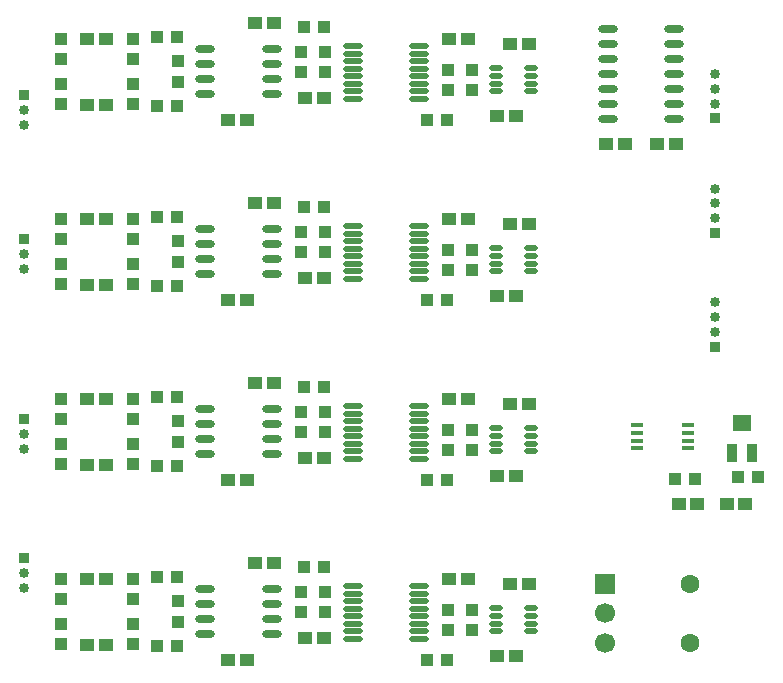
<source format=gbr>
%FSTAX23Y23*%
%MOIN*%
%SFA1B1*%

%IPPOS*%
%ADD10O,0.064960X0.025591*%
%ADD11R,0.051181X0.043307*%
%ADD12R,0.040945X0.014961*%
%ADD13O,0.045275X0.019685*%
%ADD14O,0.064960X0.019685*%
%ADD15R,0.039370X0.041339*%
%ADD16R,0.041339X0.039370*%
%ADD17R,0.038000X0.063000*%
%ADD18R,0.059000X0.058000*%
%ADD21R,0.033465X0.033465*%
%ADD22C,0.033465*%
%ADD23R,0.066929X0.066929*%
%ADD24C,0.066929*%
%ADD25C,0.062992*%
%LNacoustics_4_pads_top-1*%
%LPD*%
G54D10*
X01054Y00232D03*
Y00282D03*
Y00332D03*
Y00382D03*
X00831Y00232D03*
Y00282D03*
Y00332D03*
Y00382D03*
X02394Y0195D03*
Y02D03*
Y0205D03*
Y021D03*
Y0215D03*
Y022D03*
Y0225D03*
X02172Y0195D03*
Y02D03*
Y0205D03*
Y021D03*
Y0215D03*
Y022D03*
Y0225D03*
X01054Y01432D03*
Y01482D03*
Y01532D03*
Y01582D03*
X00831Y01432D03*
Y01482D03*
Y01532D03*
Y01582D03*
Y02182D03*
Y02132D03*
Y02082D03*
Y02032D03*
X01054Y02182D03*
Y02132D03*
Y02082D03*
Y02032D03*
Y00832D03*
Y00882D03*
Y00932D03*
Y00982D03*
X00831Y00832D03*
Y00882D03*
Y00932D03*
Y00982D03*
G54D11*
X02167Y01865D03*
X0223D03*
X024D03*
X02337D03*
X02631Y00665D03*
X02568D03*
X02408D03*
X02471D03*
X01642Y01615D03*
X01705D03*
X01225Y0142D03*
X01162D03*
X0191Y016D03*
X01847D03*
X01865Y0136D03*
X01802D03*
X0106Y0167D03*
X00997D03*
X0097Y01345D03*
X00907D03*
X00499Y01397D03*
X00436D03*
X00499Y01617D03*
X00436D03*
X01642Y00415D03*
X01705D03*
X01225Y0022D03*
X01162D03*
X0191Y004D03*
X01847D03*
X01865Y0016D03*
X01802D03*
X0106Y0047D03*
X00997D03*
X0097Y00145D03*
X00907D03*
X00499Y00197D03*
X00436D03*
X00499Y00417D03*
X00436D03*
X01642Y02215D03*
X01705D03*
X01225Y0202D03*
X01162D03*
X0191Y022D03*
X01847D03*
X01865Y0196D03*
X01802D03*
X0106Y0227D03*
X00997D03*
X0097Y01945D03*
X00907D03*
X00499Y01997D03*
X00436D03*
X00499Y02217D03*
X00436D03*
Y01017D03*
X00499D03*
X00436Y00797D03*
X00499D03*
X00907Y00745D03*
X0097D03*
X00997Y0107D03*
X0106D03*
X01802Y0076D03*
X01865D03*
X01847Y01D03*
X0191D03*
X01162Y0082D03*
X01225D03*
X01705Y01015D03*
X01642D03*
G54D12*
X02271Y00928D03*
Y00902D03*
Y00877D03*
Y00851D03*
X02438Y00928D03*
Y00902D03*
Y00877D03*
Y00851D03*
G54D13*
X018Y01518D03*
Y01492D03*
Y01467D03*
Y01441D03*
X01916Y01518D03*
Y01492D03*
Y01467D03*
Y01441D03*
X018Y00318D03*
Y00292D03*
Y00267D03*
Y00241D03*
X01916Y00318D03*
Y00292D03*
Y00267D03*
Y00241D03*
X018Y02118D03*
Y02092D03*
Y02067D03*
Y02041D03*
X01916Y02118D03*
Y02092D03*
Y02067D03*
Y02041D03*
Y00841D03*
Y00867D03*
Y00892D03*
Y00918D03*
X018Y00841D03*
Y00867D03*
Y00892D03*
Y00918D03*
G54D14*
X01322Y01592D03*
Y01567D03*
Y01542D03*
Y01517D03*
Y01492D03*
Y01467D03*
Y01442D03*
Y01417D03*
X01544Y01592D03*
Y01567D03*
Y01542D03*
Y01517D03*
Y01492D03*
Y01467D03*
Y01442D03*
Y01417D03*
X01322Y00392D03*
Y00367D03*
Y00342D03*
Y00317D03*
Y00292D03*
Y00267D03*
Y00242D03*
Y00217D03*
X01544Y00392D03*
Y00367D03*
Y00342D03*
Y00317D03*
Y00292D03*
Y00267D03*
Y00242D03*
Y00217D03*
X01322Y02192D03*
Y02167D03*
Y02142D03*
Y02117D03*
Y02092D03*
Y02067D03*
Y02042D03*
Y02017D03*
X01544Y02192D03*
Y02167D03*
Y02142D03*
Y02117D03*
Y02092D03*
Y02067D03*
Y02042D03*
Y02017D03*
Y00817D03*
Y00842D03*
Y00867D03*
Y00892D03*
Y00917D03*
Y00942D03*
Y00967D03*
Y00992D03*
X01322Y00817D03*
Y00842D03*
Y00867D03*
Y00892D03*
Y00917D03*
Y00942D03*
Y00967D03*
Y00992D03*
G54D15*
X01148Y01505D03*
Y01574D03*
X01638Y01514D03*
Y01445D03*
X01228Y01574D03*
Y01505D03*
X01718Y01514D03*
Y01445D03*
X00738Y01541D03*
Y01473D03*
X00588Y01466D03*
Y01398D03*
X00348Y01466D03*
Y01398D03*
X00588Y01548D03*
Y01616D03*
X00348Y01548D03*
Y01616D03*
X01148Y00305D03*
Y00374D03*
X01638Y00314D03*
Y00245D03*
X01228Y00374D03*
Y00305D03*
X01718Y00314D03*
Y00245D03*
X00738Y00341D03*
Y00273D03*
X00588Y00266D03*
Y00198D03*
X00348Y00266D03*
Y00198D03*
X00588Y00348D03*
Y00416D03*
X00348Y00348D03*
Y00416D03*
X01148Y02105D03*
Y02174D03*
X01638Y02114D03*
Y02045D03*
X01228Y02174D03*
Y02105D03*
X01718Y02114D03*
Y02045D03*
X00738Y02141D03*
Y02073D03*
X00588Y02066D03*
Y01998D03*
X00348Y02066D03*
Y01998D03*
X00588Y02148D03*
Y02216D03*
X00348Y02148D03*
Y02216D03*
Y01016D03*
Y00948D03*
X00588Y01016D03*
Y00948D03*
X00348Y00798D03*
Y00866D03*
X00588Y00798D03*
Y00866D03*
X00738Y00873D03*
Y00941D03*
X01718Y00845D03*
Y00914D03*
X01228Y00905D03*
Y00974D03*
X01638Y00845D03*
Y00914D03*
X01148Y00974D03*
Y00905D03*
G54D16*
X01637Y01345D03*
X01569D03*
X01159Y01655D03*
X01227D03*
X00668Y01392D03*
X00737D03*
X00668Y01622D03*
X00737D03*
X01569Y00145D03*
X01637D03*
X02605Y00755D03*
X02674D03*
X02464Y0075D03*
X02395D03*
X01569Y01945D03*
X01637D03*
X01159Y00455D03*
X01227D03*
X00668Y00192D03*
X00737D03*
X00668Y00422D03*
X00737D03*
X01159Y02255D03*
X01227D03*
X00668Y01992D03*
X00737D03*
X00668Y02222D03*
X00737D03*
Y01022D03*
X00668D03*
X00737Y00792D03*
X00668D03*
X01227Y01055D03*
X01159D03*
X01569Y00745D03*
X01637D03*
G54D17*
X02654Y00835D03*
X02585D03*
G54D18*
X0262Y00937D03*
G54D21*
X0253Y01951D03*
X00225Y02029D03*
Y01549D03*
Y00949D03*
Y00485D03*
X0253Y0157D03*
Y0119D03*
G54D22*
X00225Y0193D03*
Y0198D03*
Y015D03*
Y0145D03*
Y0085D03*
Y009D03*
Y00435D03*
Y00386D03*
X0253Y02099D03*
Y0205D03*
Y02D03*
Y01619D03*
Y01668D03*
Y01717D03*
Y01338D03*
Y01289D03*
Y0124D03*
G54D23*
X02162Y004D03*
G54D24*
X02162Y00301D03*
Y00203D03*
G54D25*
X02445Y004D03*
Y00203D03*
M02*
</source>
